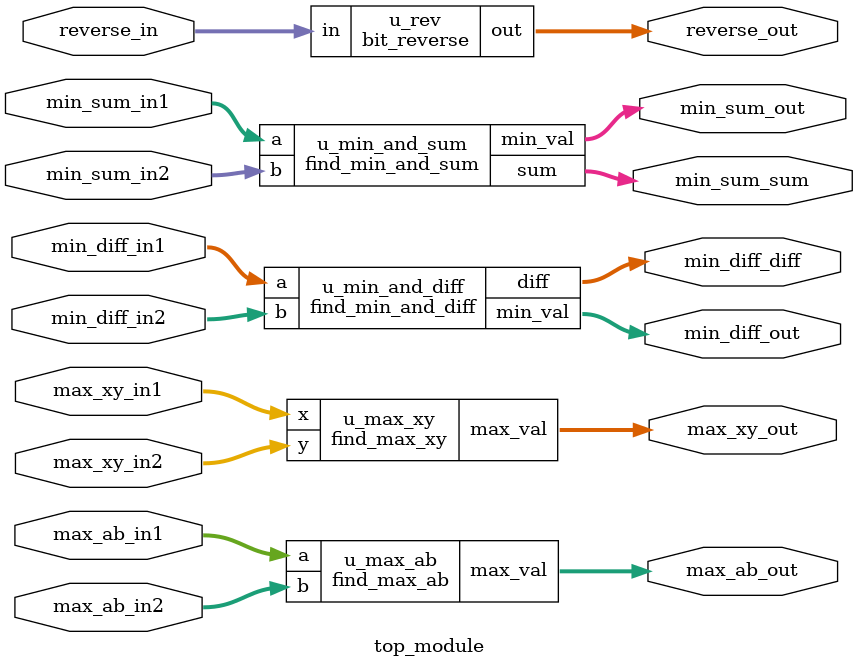
<source format=v>
module extracted_0(	// test_extractor.cleaned.mlir:2:3
  input  [7:0] in_0,	// test_extractor.cleaned.mlir:2:29
               in_1,	// test_extractor.cleaned.mlir:2:44
  output [7:0] out	// test_extractor.cleaned.mlir:2:60
);

  assign out = in_0 < in_1 ? in_0 : in_1;	// test_extractor.cleaned.mlir:3:10, :4:10, :5:5
endmodule

module find_max_ab(	// test_extractor.cleaned.mlir:7:3
  input  [7:0] a,	// test_extractor.cleaned.mlir:7:37
               b,	// test_extractor.cleaned.mlir:7:49
  output [7:0] max_val	// test_extractor.cleaned.mlir:7:62
);

  assign max_val = a > b ? a : b;	// test_extractor.cleaned.mlir:8:10, :9:10, :10:5
endmodule

module find_max_xy(	// test_extractor.cleaned.mlir:12:3
  input  [7:0] x,	// test_extractor.cleaned.mlir:12:37
               y,	// test_extractor.cleaned.mlir:12:49
  output [7:0] max_val	// test_extractor.cleaned.mlir:12:62
);

  find_max_ab inst_find_max_ab (	// test_extractor.cleaned.mlir:13:33
    .a       (x),
    .b       (y),
    .max_val (max_val)
  );	// test_extractor.cleaned.mlir:13:33
endmodule

module find_min_and_sum(	// test_extractor.cleaned.mlir:16:3
  input  [7:0] a,	// test_extractor.cleaned.mlir:16:42
               b,	// test_extractor.cleaned.mlir:16:54
  output [7:0] min_val,	// test_extractor.cleaned.mlir:16:67
  output [8:0] sum	// test_extractor.cleaned.mlir:16:85
);

  extracted_0 inst_extracted_0 (	// test_extractor.cleaned.mlir:21:29
    .in_0 (a),
    .in_1 (b),
    .out  (min_val)
  );	// test_extractor.cleaned.mlir:21:29
  assign sum = {1'h0, a} + {1'h0, b};	// test_extractor.cleaned.mlir:17:14, :18:10, :19:10, :20:10, :22:5
endmodule

module find_min_and_diff(	// test_extractor.cleaned.mlir:24:3
  input  [7:0] a,	// test_extractor.cleaned.mlir:24:43
               b,	// test_extractor.cleaned.mlir:24:55
  output [7:0] min_val,	// test_extractor.cleaned.mlir:24:68
               diff	// test_extractor.cleaned.mlir:24:86
);

  extracted_0 inst_extracted_0 (	// test_extractor.cleaned.mlir:29:29
    .in_0 (a),
    .in_1 (b),
    .out  (min_val)
  );	// test_extractor.cleaned.mlir:29:29
  assign diff = a > b ? a - b : b - a;	// test_extractor.cleaned.mlir:25:10, :26:10, :27:10, :28:10, :30:5
endmodule

module bit_reverse(	// test_extractor.cleaned.mlir:32:3
  input  [7:0] in,	// test_extractor.cleaned.mlir:32:37
  output [7:0] out	// test_extractor.cleaned.mlir:32:51
);

  assign out = {in[0], in[1], in[2], in[3], in[4], in[5], in[6], in[7]};	// test_extractor.cleaned.mlir:33:10, :34:10, :35:10, :36:10, :37:10, :38:10, :39:10, :40:10, :41:10, :42:5
endmodule

module top_module(	// test_extractor.cleaned.mlir:44:3
  input  [7:0] max_ab_in1,	// test_extractor.cleaned.mlir:44:28
               max_ab_in2,	// test_extractor.cleaned.mlir:44:49
               max_xy_in1,	// test_extractor.cleaned.mlir:44:70
               max_xy_in2,	// test_extractor.cleaned.mlir:44:91
               min_sum_in1,	// test_extractor.cleaned.mlir:44:112
               min_sum_in2,	// test_extractor.cleaned.mlir:44:134
               min_diff_in1,	// test_extractor.cleaned.mlir:44:156
               min_diff_in2,	// test_extractor.cleaned.mlir:44:179
               reverse_in,	// test_extractor.cleaned.mlir:44:202
  output [7:0] max_ab_out,	// test_extractor.cleaned.mlir:44:224
               max_xy_out,	// test_extractor.cleaned.mlir:44:245
               min_sum_out,	// test_extractor.cleaned.mlir:44:266
  output [8:0] min_sum_sum,	// test_extractor.cleaned.mlir:44:288
  output [7:0] min_diff_out,	// test_extractor.cleaned.mlir:44:310
               min_diff_diff,	// test_extractor.cleaned.mlir:44:333
               reverse_out	// test_extractor.cleaned.mlir:44:357
);

  find_max_ab u_max_ab (	// test_extractor.cleaned.mlir:45:25
    .a       (max_ab_in1),
    .b       (max_ab_in2),
    .max_val (max_ab_out)
  );	// test_extractor.cleaned.mlir:45:25
  find_max_xy u_max_xy (	// test_extractor.cleaned.mlir:46:25
    .x       (max_xy_in1),
    .y       (max_xy_in2),
    .max_val (max_xy_out)
  );	// test_extractor.cleaned.mlir:46:25
  find_min_and_sum u_min_and_sum (	// test_extractor.cleaned.mlir:47:50
    .a       (min_sum_in1),
    .b       (min_sum_in2),
    .min_val (min_sum_out),
    .sum     (min_sum_sum)
  );	// test_extractor.cleaned.mlir:47:50
  find_min_and_diff u_min_and_diff (	// test_extractor.cleaned.mlir:48:53
    .a       (min_diff_in1),
    .b       (min_diff_in2),
    .min_val (min_diff_out),
    .diff    (min_diff_diff)
  );	// test_extractor.cleaned.mlir:48:53
  bit_reverse u_rev (	// test_extractor.cleaned.mlir:49:18
    .in  (reverse_in),
    .out (reverse_out)
  );	// test_extractor.cleaned.mlir:49:18
endmodule


</source>
